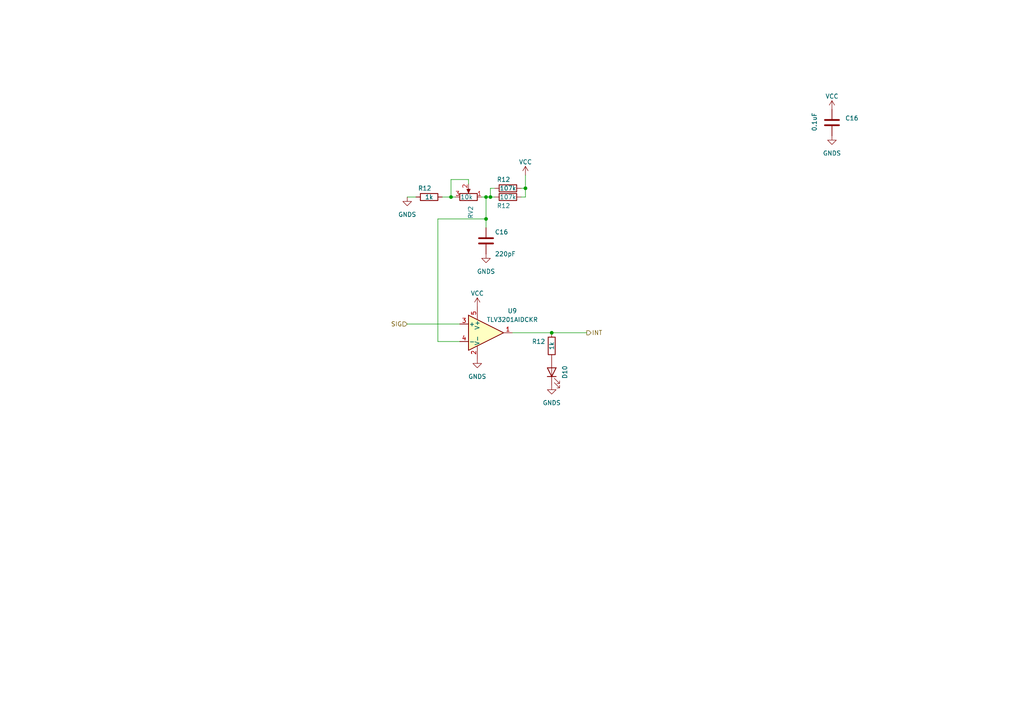
<source format=kicad_sch>
(kicad_sch (version 20230121) (generator eeschema)
  (paper "A4")
  (lib_symbols
    (symbol "Device:C" (pin_numbers hide) (pin_names (offset 0.254))
      (property "Reference" "C" (at 0.635 2.54 0))
      (property "Value" "C" (at 0.635 -2.54 0))
      (symbol "C_0_1"
        (polyline (pts (xy -2.032 -0.762) (xy 2.032 -0.762)) (stroke (width 0.508)))
        (polyline (pts (xy -2.032 0.762) (xy 2.032 0.762)) (stroke (width 0.508)))
      )
      (symbol "C_1_1"
        (pin passive line (at 0 3.81 270) (length 2.794) (name "~") (number "1"))
        (pin passive line (at 0 -3.81 90) (length 2.794) (name "~") (number "2"))
      )
    )
    (symbol "Device:LED" (pin_numbers hide) (pin_names (offset 1.016) hide)
      (property "Reference" "D" (at 0 2.54 0))
      (property "Value" "LED" (at 0 -2.54 0))
      (symbol "LED_0_1"
        (polyline (pts (xy -1.27 -1.27) (xy -1.27 1.27)) (stroke (width 0.254)))
        (polyline (pts (xy -1.27 0) (xy 1.27 0)))
        (polyline (pts (xy 1.27 -1.27) (xy 1.27 1.27) (xy -1.27 0) (xy 1.27 -1.27)) (stroke (width 0.254)))
        (polyline (pts (xy -3.048 -0.762) (xy -4.572 -2.286) (xy -3.81 -2.286) (xy -4.572 -2.286) (xy -4.572 -1.524)))
        (polyline (pts (xy -1.778 -0.762) (xy -3.302 -2.286) (xy -2.54 -2.286) (xy -3.302 -2.286) (xy -3.302 -1.524)))
      )
      (symbol "LED_1_1"
        (pin passive line (at -3.81 0 0) (length 2.54) (name "K") (number "1"))
        (pin passive line (at 3.81 0 180) (length 2.54) (name "A") (number "2"))
      )
    )
    (symbol "Device:R" (pin_numbers hide) (pin_names (offset 0))
      (property "Reference" "R" (at 2.032 0 90))
      (property "Value" "R" (at 0 0 90))
      (symbol "R_0_1"
        (rectangle (start -1.016 -2.54) (end 1.016 2.54) (stroke (width 0.254)))
      )
      (symbol "R_1_1"
        (pin passive line (at 0 3.81 270) (length 1.27) (name "~") (number "1"))
        (pin passive line (at 0 -3.81 90) (length 1.27) (name "~") (number "2"))
      )
    )
    (symbol "Device:R_Potentiometer" (pin_names (offset 1.016) hide)
      (property "Reference" "RV" (at -4.445 0 90))
      (property "Value" "R_Potentiometer" (at -2.54 0 90))
      (symbol "R_Potentiometer_0_1"
        (polyline (pts (xy 2.54 0) (xy 1.524 0)))
        (polyline (pts (xy 1.143 0) (xy 2.286 0.508) (xy 2.286 -0.508) (xy 1.143 0)) (fill (type outline)))
        (rectangle (start 1.016 2.54) (end -1.016 -2.54) (stroke (width 0.254)))
      )
      (symbol "R_Potentiometer_1_1"
        (pin passive line (at 0 3.81 270) (length 1.27) (name "1") (number "1"))
        (pin passive line (at 3.81 0 180) (length 1.27) (name "2") (number "2"))
        (pin passive line (at 0 -3.81 90) (length 1.27) (name "3") (number "3"))
      )
    )
    (symbol "adclib:TLV3201AIDCKR" (pin_names (offset 0.127))
      (property "Reference" "U" (at 0 5.08 0))
      (property "Value" "TLV3201AIDCKR" (at 0 -5.08 0))
      (symbol "TLV3201AIDCKR_0_1"
        (polyline (pts (xy -5.08 5.08) (xy 5.08 0) (xy -5.08 -5.08) (xy -5.08 5.08)) (stroke (width 0.254)) (fill (type background)))
        (pin power_in line (at -2.54 -7.62 90) (length 3.81) (name "V-") (number "2"))
        (pin power_in line (at -2.54 7.62 270) (length 3.81) (name "V+") (number "5"))
      )
      (symbol "TLV3201AIDCKR_1_1"
        (pin output line (at 7.62 0 180) (length 2.54) (name "~") (number "1"))
        (pin input line (at -7.62 2.54 0) (length 2.54) (name "+") (number "3"))
        (pin input line (at -7.62 -2.54 0) (length 2.54) (name "-") (number "4"))
      )
    )
    (symbol "power:GNDS" (power) (pin_names (offset 0))
      (property "Value" "GNDS" (at 0 -3.81 0))
      (symbol "GNDS_0_1"
        (polyline (pts (xy 0 0) (xy 0 -1.27) (xy 1.27 -1.27) (xy 0 -2.54) (xy -1.27 -1.27) (xy 0 -1.27)))
      )
      (symbol "GNDS_1_1"
        (pin power_in line (at 0 0 270) (length 0) hide (name "GNDS") (number "1"))
      )
    )
    (symbol "power:VCC" (power) (pin_names (offset 0))
      (property "Value" "VCC" (at 0 3.81 0))
      (symbol "VCC_0_1"
        (polyline (pts (xy -0.762 1.27) (xy 0 2.54)))
        (polyline (pts (xy 0 0) (xy 0 2.54)))
        (polyline (pts (xy 0 2.54) (xy 0.762 1.27)))
      )
      (symbol "VCC_1_1"
        (pin power_in line (at 0 0 90) (length 0) hide (name "VCC") (number "1"))
      )
    )
  )
  (junction (at 140.97 63.5))
  (junction (at 130.81 57.15))
  (junction (at 152.4 54.61))
  (junction (at 160.02 96.52))
  (junction (at 142.24 57.15))
  (junction (at 140.97 57.15))
  (wire (pts (xy 140.97 63.5) (xy 140.97 57.15)))
  (wire (pts (xy 152.4 50.8) (xy 152.4 54.61)))
  (wire (pts (xy 128.27 57.15) (xy 130.81 57.15)))
  (wire (pts (xy 142.24 54.61) (xy 143.51 54.61)))
  (wire (pts (xy 127 99.06) (xy 127 63.5)))
  (wire (pts (xy 130.81 52.07) (xy 130.81 57.15)))
  (wire (pts (xy 142.24 54.61) (xy 142.24 57.15)))
  (wire (pts (xy 142.24 57.15) (xy 143.51 57.15)))
  (wire (pts (xy 135.89 52.07) (xy 135.89 53.34)))
  (wire (pts (xy 118.11 93.98) (xy 133.35 93.98)))
  (wire (pts (xy 135.89 52.07) (xy 130.81 52.07)))
  (wire (pts (xy 127 63.5) (xy 140.97 63.5)))
  (wire (pts (xy 133.35 99.06) (xy 127 99.06)))
  (wire (pts (xy 152.4 57.15) (xy 152.4 54.61)))
  (wire (pts (xy 151.13 57.15) (xy 152.4 57.15)))
  (wire (pts (xy 148.59 96.52) (xy 160.02 96.52)))
  (wire (pts (xy 118.11 57.15) (xy 120.65 57.15)))
  (wire (pts (xy 140.97 66.04) (xy 140.97 63.5)))
  (wire (pts (xy 160.02 96.52) (xy 170.18 96.52)))
  (wire (pts (xy 152.4 54.61) (xy 151.13 54.61)))
  (wire (pts (xy 130.81 57.15) (xy 132.08 57.15)))
  (wire (pts (xy 139.7 57.15) (xy 140.97 57.15)))
  (wire (pts (xy 140.97 57.15) (xy 142.24 57.15)))
  (hierarchical_label "SIG" (shape input) (at 118.11 93.98 180))
  (hierarchical_label "INT" (shape output) (at 170.18 96.52 0))
  (symbol (lib_id "adclib:TLV3201AIDCKR") (at 140.97 96.52 0) (unit 1)
    (property "Reference" "U9" (at 148.59 90.17 0))
    (property "Value" "TLV3201AIDCKR" (at 148.59 92.71 0))
    (property "Footprint" "Package_TO_SOT_SMD:SOT-353_SC-70-5" (effects hide))
    (property "Datasheet" "https://www.ti.com/lit/ds/symlink/tlv3201.pdf" (effects hide))
  )
  (symbol (lib_id "power:VCC") (at 241.3 31.75 0) (unit 1)
    (property "Reference" "#PWR074" (effects hide))
    (property "Value" "VCC" (at 241.3 27.94 0))
    (instances (project "ESP-Gamma-Detector" (path "" (reference "#PWR074") (unit 1)) (path "" (reference "#PWR082") (unit 1)) (path "" (reference "#PWR093") (unit 1))))
  )
  (symbol (lib_id "power:GNDS") (at 241.3 39.37 0) (unit 1)
    (property "Reference" "#PWR063" (effects hide))
    (property "Value" "GNDS" (at 241.3 44.45 0))
    (instances (project "ESP-Gamma-Detector" (path "" (reference "#PWR063") (unit 1)) (path "" (reference "#PWR076") (unit 1)) (path "" (reference "#PWR083") (unit 1)) (path "" (reference "#PWR094") (unit 1))))
  )
  (symbol (lib_id "power:VCC") (at 152.4 50.8 0) (unit 1)
    (property "Reference" "#PWR074" (effects hide))
    (property "Value" "VCC" (at 152.4 46.99 0))
    (instances (project "ESP-Gamma-Detector" (path "" (reference "#PWR074") (unit 1)) (path "" (reference "#PWR086") (unit 1)) (path "" (reference "#PWR092") (unit 1))))
  )
  (symbol (lib_id "Device:C") (at 140.97 69.85 0) (unit 1)
    (property "Reference" "C16" (at 143.51 67.31 0) (effects (justify left)))
    (property "Value" "220pF" (at 143.51 73.66 0) (effects (justify left)))
    (property "Footprint" "Capacitor_SMD:C_0603_1608Metric_Pad1.08x0.95mm_HandSolder" (effects hide))
    (property "INFO" "DIGIKEY" (effects hide))
    (instances (project "ESP-Gamma-Detector" (path "" (reference "C16") (unit 1)) (path "" (reference "C1") (unit 1)) (path "" (reference "C19") (unit 1)) (path "" (reference "C23") (unit 1)) (path "" (reference "C24") (unit 1))) (project "opengeiger" (path "" (reference "C15") (unit 1))))
  )
  (symbol (lib_id "Device:R") (at 160.02 100.33 180) (unit 1)
    (property "Reference" "R12" (at 156.21 99.06 0))
    (property "Value" "1k" (at 160.02 100.33 90))
    (property "Footprint" "Resistor_SMD:R_0603_1608Metric_Pad0.98x0.95mm_HandSolder" (effects hide))
    (property "MPN" "RMCF0603JT5K10" (effects hide))
    (property "INFO" "DIGIKEY" (effects hide))
    (property "Supplier Part Number" "RMCF0603JT5K10DKR-ND" (effects hide))
    (instances (project "ESP-Gamma-Detector" (path "" (reference "R12") (unit 1)) (path "" (reference "R3") (unit 1)) (path "" (reference "R19") (unit 1)) (path "" (reference "R27") (unit 1)) (path "" (reference "R24") (unit 1))) (project "opengeiger" (path "" (reference "R14") (unit 1))))
  )
  (symbol (lib_id "Device:R") (at 124.46 57.15 90) (unit 1)
    (property "Reference" "R12" (at 123.19 54.61 90))
    (property "Value" "1k" (at 124.46 57.15 90))
    (property "Footprint" "Resistor_SMD:R_0603_1608Metric_Pad0.98x0.95mm_HandSolder" (effects hide))
    (property "MPN" "RMCF0603JT5K10" (effects hide))
    (property "INFO" "DIGIKEY" (effects hide))
    (property "Supplier Part Number" "RMCF0603JT5K10DKR-ND" (effects hide))
    (instances (project "ESP-Gamma-Detector" (path "" (reference "R12") (unit 1)) (path "" (reference "R3") (unit 1)) (path "" (reference "R19") (unit 1)) (path "" (reference "R27") (unit 1)) (path "" (reference "R29") (unit 1))) (project "opengeiger" (path "" (reference "R14") (unit 1))))
  )
  (symbol (lib_id "power:GNDS") (at 118.11 57.15 0) (unit 1)
    (property "Reference" "#PWR063" (effects hide))
    (property "Value" "GNDS" (at 118.11 62.23 0))
    (instances (project "ESP-Gamma-Detector" (path "" (reference "#PWR063") (unit 1)) (path "" (reference "#PWR076") (unit 1)) (path "" (reference "#PWR090") (unit 1)) (path "" (reference "#PWR081") (unit 1))))
  )
  (symbol (lib_id "Device:R_Potentiometer") (at 135.89 57.15 270) (mirror x) (unit 1)
    (property "Reference" "RV1" (at 136.525 59.69 0) (effects (justify right)))
    (property "Value" "10k" (at 137.16 57.15 90) (effects (justify right)))
    (instances (project "ESP-Gamma-Detector" (path "" (reference "RV2") (unit 1)) (path "" (reference "RV3") (unit 1))))
  )
  (symbol (lib_id "Device:C") (at 241.3 35.56 0) (unit 1)
    (property "Reference" "C16" (at 245.11 34.2899 0) (effects (justify left)))
    (property "Value" "0.1uF" (at 236.22 38.1 90) (effects (justify left)))
    (property "Footprint" "Capacitor_SMD:C_0603_1608Metric_Pad1.08x0.95mm_HandSolder" (effects hide))
    (property "MPN" "06035C104KAT4A" (effects hide))
    (property "INFO" "DIGIKEY" (effects hide))
    (property "Supplier Part Number" "478-10346-1-ND" (effects hide))
    (instances (project "ESP-Gamma-Detector" (path "" (reference "C16") (unit 1)) (path "" (reference "C1") (unit 1)) (path "" (reference "C19") (unit 1)) (path "" (reference "C21") (unit 1)) (path "" (reference "C25") (unit 1))) (project "opengeiger" (path "" (reference "C15") (unit 1))))
  )
  (symbol (lib_id "power:GNDS") (at 138.43 104.14 0) (unit 1)
    (property "Reference" "#PWR063" (effects hide))
    (property "Value" "GNDS" (at 138.43 109.22 0))
    (instances (project "ESP-Gamma-Detector" (path "" (reference "#PWR063") (unit 1)) (path "" (reference "#PWR076") (unit 1)) (path "" (reference "#PWR090") (unit 1)) (path "" (reference "#PWR096") (unit 1))))
  )
  (symbol (lib_id "power:VCC") (at 138.43 88.9 0) (unit 1)
    (property "Reference" "#PWR074" (effects hide))
    (property "Value" "VCC" (at 138.43 85.09 0))
    (instances (project "ESP-Gamma-Detector" (path "" (reference "#PWR074") (unit 1)) (path "" (reference "#PWR086") (unit 1)) (path "" (reference "#PWR095") (unit 1))))
  )
  (symbol (lib_id "power:GNDS") (at 160.02 111.76 0) (unit 1)
    (property "Reference" "#PWR063" (effects hide))
    (property "Value" "GNDS" (at 160.02 116.84 0))
    (instances (project "ESP-Gamma-Detector" (path "" (reference "#PWR063") (unit 1)) (path "" (reference "#PWR076") (unit 1)) (path "" (reference "#PWR090") (unit 1)) (path "" (reference "#PWR097") (unit 1))))
  )
  (symbol (lib_id "Device:R") (at 147.32 54.61 90) (unit 1)
    (property "Reference" "R12" (at 146.05 52.07 90))
    (property "Value" "107k" (at 147.32 54.61 90))
    (property "Footprint" "Resistor_SMD:R_0603_1608Metric_Pad0.98x0.95mm_HandSolder" (effects hide))
    (property "MPN" "RMCF0603JT5K10" (effects hide))
    (property "INFO" "DIGIKEY" (effects hide))
    (property "Supplier Part Number" "RMCF0603JT5K10DKR-ND" (effects hide))
    (instances (project "ESP-Gamma-Detector" (path "" (reference "R12") (unit 1)) (path "" (reference "R3") (unit 1)) (path "" (reference "R19") (unit 1)) (path "" (reference "R27") (unit 1)) (path "" (reference "R30") (unit 1))) (project "opengeiger" (path "" (reference "R14") (unit 1))))
  )
  (symbol (lib_id "power:GNDS") (at 140.97 73.66 0) (unit 1)
    (property "Reference" "#PWR063" (effects hide))
    (property "Value" "GNDS" (at 140.97 78.74 0))
    (instances (project "ESP-Gamma-Detector" (path "" (reference "#PWR063") (unit 1)) (path "" (reference "#PWR076") (unit 1)) (path "" (reference "#PWR090") (unit 1)) (path "" (reference "#PWR080") (unit 1))))
  )
  (symbol (lib_id "Device:R") (at 147.32 57.15 90) (unit 1)
    (property "Reference" "R12" (at 146.05 59.69 90))
    (property "Value" "107k" (at 147.32 57.15 90))
    (property "Footprint" "Resistor_SMD:R_0603_1608Metric_Pad0.98x0.95mm_HandSolder" (effects hide))
    (property "MPN" "RMCF0603JT5K10" (effects hide))
    (property "INFO" "DIGIKEY" (effects hide))
    (property "Supplier Part Number" "RMCF0603JT5K10DKR-ND" (effects hide))
    (instances (project "ESP-Gamma-Detector" (path "" (reference "R12") (unit 1)) (path "" (reference "R3") (unit 1)) (path "" (reference "R19") (unit 1)) (path "" (reference "R27") (unit 1)) (path "" (reference "R31") (unit 1))) (project "opengeiger" (path "" (reference "R14") (unit 1))))
  )
  (symbol (lib_id "Device:LED") (at 160.02 107.95 90) (unit 1)
    (property "Reference" "D10" (at 163.83 107.95 0))
    (property "Value" "0603RBD0700S01" (effects hide))
    (property "Footprint" "LED_SMD:LED_0603_1608Metric" (effects hide))
    (property "INFO" "DIGIKEY" (effects hide))
    (property "MPN" "0603RBD0700S01" (effects hide))
    (property "Supplier Part Number" "160-1447-6-ND" (effects hide))
    (instances (project "ESP-Gamma-Detector" (path "" (reference "D10") (unit 1)) (path "" (reference "D3") (unit 1)) (path "" (reference "D8") (unit 1))) (project "opengeiger" (path "" (reference "D3") (unit 1))))
  )
)
</source>
